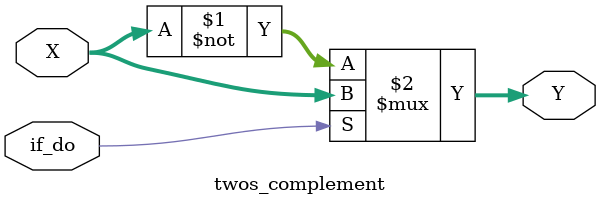
<source format=v>
`timescale 1ns / 1ps
`default_nettype none //helps catch typo-related bugs
module twos_complement(X,if_do,Y);

	//parameter definitions
	parameter N = 32;
	

	//port definitions - customize for different bit widths
	input  wire [N-1:0] X;
	input wire if_do;
	output wire [N-1:0] Y;
	
	assign Y = if_do? X : ~X;


endmodule
`default_nettype wire //some Xilinx IP requires that the default_nettype be set to wire

</source>
